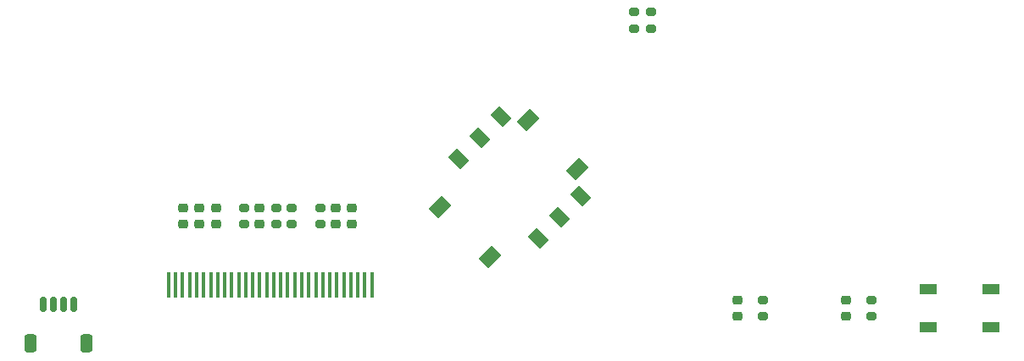
<source format=gtp>
%TF.GenerationSoftware,KiCad,Pcbnew,8.99.0-2433-g53022ab347*%
%TF.CreationDate,2024-09-29T19:38:35+02:00*%
%TF.ProjectId,SAO Dev Board,53414f20-4465-4762-9042-6f6172642e6b,1.0*%
%TF.SameCoordinates,PX1c9c380PY1c9c380*%
%TF.FileFunction,Paste,Top*%
%TF.FilePolarity,Positive*%
%FSLAX46Y46*%
G04 Gerber Fmt 4.6, Leading zero omitted, Abs format (unit mm)*
G04 Created by KiCad (PCBNEW 8.99.0-2433-g53022ab347) date 2024-09-29 19:38:35*
%MOMM*%
%LPD*%
G01*
G04 APERTURE LIST*
G04 Aperture macros list*
%AMRoundRect*
0 Rectangle with rounded corners*
0 $1 Rounding radius*
0 $2 $3 $4 $5 $6 $7 $8 $9 X,Y pos of 4 corners*
0 Add a 4 corners polygon primitive as box body*
4,1,4,$2,$3,$4,$5,$6,$7,$8,$9,$2,$3,0*
0 Add four circle primitives for the rounded corners*
1,1,$1+$1,$2,$3*
1,1,$1+$1,$4,$5*
1,1,$1+$1,$6,$7*
1,1,$1+$1,$8,$9*
0 Add four rect primitives between the rounded corners*
20,1,$1+$1,$2,$3,$4,$5,0*
20,1,$1+$1,$4,$5,$6,$7,0*
20,1,$1+$1,$6,$7,$8,$9,0*
20,1,$1+$1,$8,$9,$2,$3,0*%
%AMRotRect*
0 Rectangle, with rotation*
0 The origin of the aperture is its center*
0 $1 length*
0 $2 width*
0 $3 Rotation angle, in degrees counterclockwise*
0 Add horizontal line*
21,1,$1,$2,0,0,$3*%
G04 Aperture macros list end*
%ADD10RoundRect,0.225000X-0.250000X0.225000X-0.250000X-0.225000X0.250000X-0.225000X0.250000X0.225000X0*%
%ADD11RotRect,1.700000X1.200000X315.000000*%
%ADD12RotRect,1.400000X1.900000X315.000000*%
%ADD13RoundRect,0.200000X-0.275000X0.200000X-0.275000X-0.200000X0.275000X-0.200000X0.275000X0.200000X0*%
%ADD14RoundRect,0.200000X0.275000X-0.200000X0.275000X0.200000X-0.275000X0.200000X-0.275000X-0.200000X0*%
%ADD15RoundRect,0.225000X0.250000X-0.225000X0.250000X0.225000X-0.250000X0.225000X-0.250000X-0.225000X0*%
%ADD16RoundRect,0.218750X0.256250X-0.218750X0.256250X0.218750X-0.256250X0.218750X-0.256250X-0.218750X0*%
%ADD17R,1.700000X1.000000*%
%ADD18RoundRect,0.250000X-0.350000X-0.650000X0.350000X-0.650000X0.350000X0.650000X-0.350000X0.650000X0*%
%ADD19RoundRect,0.150000X-0.150000X-0.625000X0.150000X-0.625000X0.150000X0.625000X-0.150000X0.625000X0*%
%ADD20R,0.400000X2.540000*%
G04 APERTURE END LIST*
D10*
%TO.C,C5*%
X45108000Y-126575001D03*
X45108000Y-125024999D03*
%TD*%
D11*
%TO.C,SW1*%
X72934493Y-128055813D03*
X75055813Y-125934493D03*
X77177135Y-123813172D03*
X64944187Y-120065507D03*
X67065507Y-117944187D03*
X69179757Y-115815796D03*
D12*
X68090813Y-129858936D03*
X76858935Y-121090812D03*
X63141065Y-124909188D03*
X71909187Y-116141064D03*
%TD*%
D13*
%TO.C,R1*%
X82500000Y-107025000D03*
X82500000Y-105375000D03*
%TD*%
D10*
%TO.C,C3*%
X40728000Y-126575001D03*
X40728000Y-125024999D03*
%TD*%
D13*
%TO.C,R7*%
X46728000Y-126625000D03*
X46728000Y-124975000D03*
%TD*%
%TO.C,R6*%
X48328000Y-126625000D03*
X48328000Y-124975000D03*
%TD*%
D14*
%TO.C,R3*%
X95400000Y-134199000D03*
X95400000Y-135849000D03*
%TD*%
D10*
%TO.C,C1*%
X37428000Y-126575001D03*
X37428000Y-125024999D03*
%TD*%
D13*
%TO.C,R2*%
X84200000Y-107025000D03*
X84200000Y-105375000D03*
%TD*%
%TO.C,R5*%
X43528000Y-126625000D03*
X43528000Y-124975000D03*
%TD*%
D14*
%TO.C,R4*%
X106195000Y-134175000D03*
X106195000Y-135825000D03*
%TD*%
D15*
%TO.C,C6*%
X52728000Y-125024999D03*
X52728000Y-126575001D03*
%TD*%
D16*
%TO.C,D1*%
X92860000Y-134236499D03*
X92860000Y-135811501D03*
%TD*%
D15*
%TO.C,C4*%
X54328000Y-125024999D03*
X54328000Y-126575001D03*
%TD*%
D16*
%TO.C,D2*%
X103655000Y-134212499D03*
X103655000Y-135787501D03*
%TD*%
D10*
%TO.C,C2*%
X39028000Y-126575001D03*
X39028000Y-125024999D03*
%TD*%
D17*
%TO.C,SW2*%
X111850000Y-133100000D03*
X118150000Y-133100000D03*
X111850000Y-136900000D03*
X118150000Y-136900000D03*
%TD*%
D18*
%TO.C,J6*%
X27800000Y-138550000D03*
X22200000Y-138549999D03*
D19*
X26499999Y-134675001D03*
X25500000Y-134675000D03*
X24500000Y-134675000D03*
X23500000Y-134675001D03*
%TD*%
D20*
%TO.C,OLEDM1*%
X56308000Y-132670000D03*
X55608000Y-132670000D03*
X54908000Y-132670000D03*
X54208000Y-132670000D03*
X53508000Y-132670000D03*
X52808000Y-132670000D03*
X52108000Y-132670000D03*
X51408000Y-132670000D03*
X50708000Y-132670000D03*
X50008000Y-132670000D03*
X49308000Y-132670000D03*
X48608000Y-132670000D03*
X47908000Y-132670000D03*
X47208000Y-132670000D03*
X46508000Y-132670000D03*
X45808000Y-132670000D03*
X45108000Y-132670000D03*
X44408000Y-132670000D03*
X43708000Y-132670000D03*
X43008000Y-132670000D03*
X42308000Y-132670000D03*
X41608000Y-132670000D03*
X40908000Y-132670000D03*
X40208000Y-132670000D03*
X39508000Y-132670000D03*
X38808000Y-132670000D03*
X38108000Y-132670000D03*
X37408000Y-132670000D03*
X36708000Y-132670000D03*
X36008000Y-132670000D03*
%TD*%
D14*
%TO.C,R8*%
X51128000Y-124975000D03*
X51128000Y-126625000D03*
%TD*%
M02*

</source>
